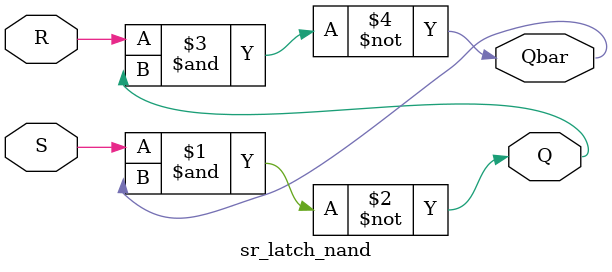
<source format=v>
`timescale 1ns / 1ps


module sr_latch_nand(
    input S,
    input R, 
    output Q, 
    output Qbar
);

nand nand1(Q,S,Qbar);
nand nand2(Qbar,R,Q);

endmodule

</source>
